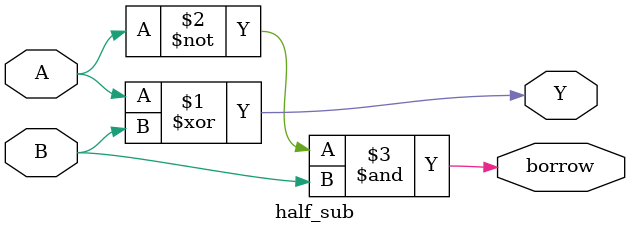
<source format=v>
module half_sub(
    input A, B,
    output Y, borrow
   );
   
   assign Y = A ^ B;
   assign borrow = ~A & B;
   
  endmodule 
</source>
